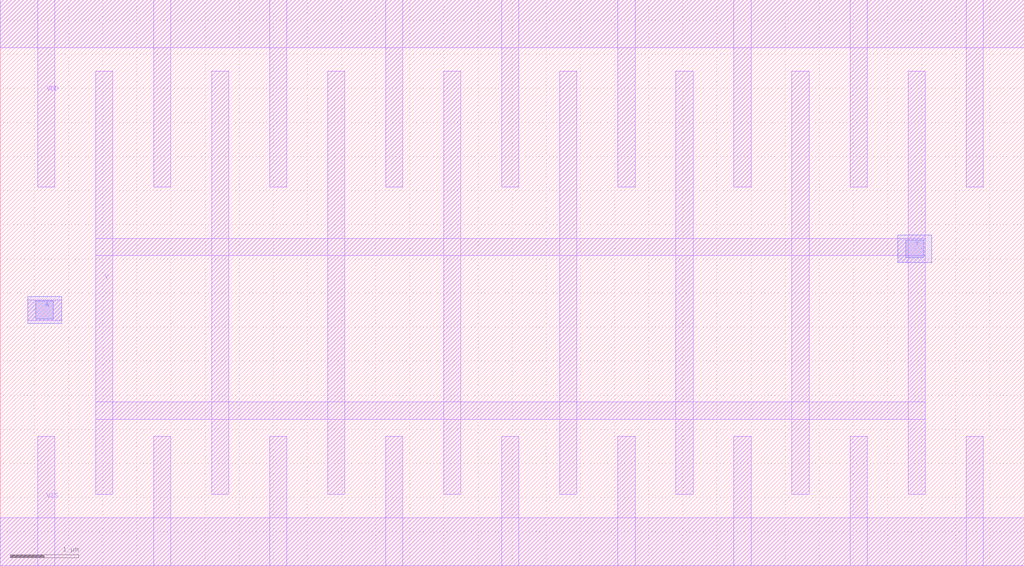
<source format=lef>
# Copyright 2022 Google LLC
# Licensed under the Apache License, Version 2.0 (the "License");
# you may not use this file except in compliance with the License.
# You may obtain a copy of the License at
#
#      http://www.apache.org/licenses/LICENSE-2.0
#
# Unless required by applicable law or agreed to in writing, software
# distributed under the License is distributed on an "AS IS" BASIS,
# WITHOUT WARRANTIES OR CONDITIONS OF ANY KIND, either express or implied.
# See the License for the specific language governing permissions and
# limitations under the License.
VERSION 5.7 ;
BUSBITCHARS "[]" ;
DIVIDERCHAR "/" ;

MACRO gf180mcu_osu_sc_gp12t3v3__clkinv_16
  CLASS CORE ;
  ORIGIN 0 0 ;
  FOREIGN gf180mcu_osu_sc_gp12t3v3__clkinv_16 0 0 ;
  SIZE 15 BY 8.3 ;
  SYMMETRY X Y ;
  SITE gf180mcu_osu_sc_gp12t3v3 ;
  PIN VDD
    DIRECTION INOUT ;
    USE POWER ;
    SHAPE ABUTMENT ;
    PORT
      LAYER Metal1 ;
        RECT 0 7.6 15 8.3 ;
        RECT 14.15 5.55 14.4 8.3 ;
        RECT 12.45 5.55 12.7 8.3 ;
        RECT 10.75 5.55 11 8.3 ;
        RECT 9.05 5.55 9.3 8.3 ;
        RECT 7.35 5.55 7.6 8.3 ;
        RECT 5.65 5.55 5.9 8.3 ;
        RECT 3.95 5.55 4.2 8.3 ;
        RECT 2.25 5.55 2.5 8.3 ;
        RECT 0.55 5.55 0.8 8.3 ;
    END
  END VDD
  PIN VSS
    DIRECTION INOUT ;
    USE GROUND ;
    SHAPE ABUTMENT ;
    PORT
      LAYER Metal1 ;
        RECT 0 0 15 0.7 ;
        RECT 14.15 0 14.4 1.9 ;
        RECT 12.45 0 12.7 1.9 ;
        RECT 10.75 0 11 1.9 ;
        RECT 9.05 0 9.3 1.9 ;
        RECT 7.35 0 7.6 1.9 ;
        RECT 5.65 0 5.9 1.9 ;
        RECT 3.95 0 4.2 1.9 ;
        RECT 2.25 0 2.5 1.9 ;
        RECT 0.55 0 0.8 1.9 ;
    END
  END VSS
  PIN A
    DIRECTION INPUT ;
    USE SIGNAL ;
    PORT
      LAYER Metal1 ;
        RECT 0.4 3.6 0.9 3.9 ;
      LAYER Metal2 ;
        RECT 0.4 3.55 0.9 3.95 ;
      LAYER Via1 ;
        RECT 0.52 3.62 0.78 3.88 ;
    END
  END A
  PIN Y
    DIRECTION OUTPUT ;
    USE SIGNAL ;
    PORT
      LAYER Metal1 ;
        RECT 13.3 1.05 13.55 7.25 ;
        RECT 1.4 4.55 13.55 4.8 ;
        RECT 13.15 4.45 13.55 4.8 ;
        RECT 1.4 2.15 13.55 2.4 ;
        RECT 11.6 1.05 11.85 7.25 ;
        RECT 9.9 1.05 10.15 7.25 ;
        RECT 8.2 1.05 8.45 7.25 ;
        RECT 6.5 1.05 6.75 7.25 ;
        RECT 4.8 1.05 5.05 7.25 ;
        RECT 3.1 1.05 3.35 7.25 ;
        RECT 1.4 1.05 1.65 7.25 ;
      LAYER Metal2 ;
        RECT 13.15 4.45 13.65 4.85 ;
      LAYER Via1 ;
        RECT 13.27 4.52 13.53 4.78 ;
    END
  END Y
END gf180mcu_osu_sc_gp12t3v3__clkinv_16

</source>
